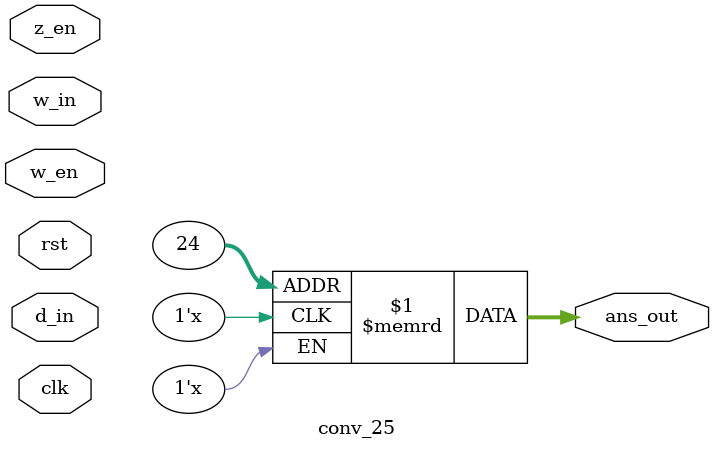
<source format=sv>
`ifndef CONV_25_SV
`define CONV_25_SV
`include "c_unit.sv"

module conv_25 (
    input  logic        clk,
    input  logic        rst,
    input  logic [ 7:0] d_in,
    input  logic [ 7:0] w_in,
    input  logic        w_en,
    input  logic        z_en,
    output logic [31:0] ans_out
);

  logic signed [31:0] d_out[0:24];
  logic signed [ 7:0] w_out[0:24];
  logic signed [24:0] en;

  genvar i;

  assign ans_out = d_out[24];

  c_unit first_U (
      .clk(clk),
      .rst(rst),
      .en_pu(w_en),
      .en_in(en[23]),
      .en(en[24]),
      .zero_en(z_en),
      .w_en(w_en),
      .w_out(w_out[24]),
      .w_in(w_out[23]),
      .l_in(32'b0),
      .d_in(d_in),
      .d_out(d_out[0])

  );

  c_unit last_U (
      .clk(clk),
      .rst(rst),
      .en_pu(w_en),
      .en_in(1'b1),
      .en(en[0]),
      .zero_en(z_en),
      .w_en(w_en),
      .w_in(w_in),
      .w_out(w_out[0]),
      .l_in(d_out[23]),
      .d_in(d_in),
      .d_out(d_out[24])
  );

  generate
    for (i = 1; i < 24; i = i + 1) begin : conv_unit
      c_unit U (
          .clk(clk),
          .rst(rst),
          .en_pu(w_en),
          .en_in(en[23-i]),
          .en(en[24-i]),
          .zero_en(z_en),
          .l_in(d_out[i-1]),
          .d_in(d_in),
          .w_en(w_en),
          .w_in(w_out[23-i]),
          .d_out(d_out[i]),
          .w_out(w_out[24-i])

      );
    end
  endgenerate

endmodule
`endif

</source>
